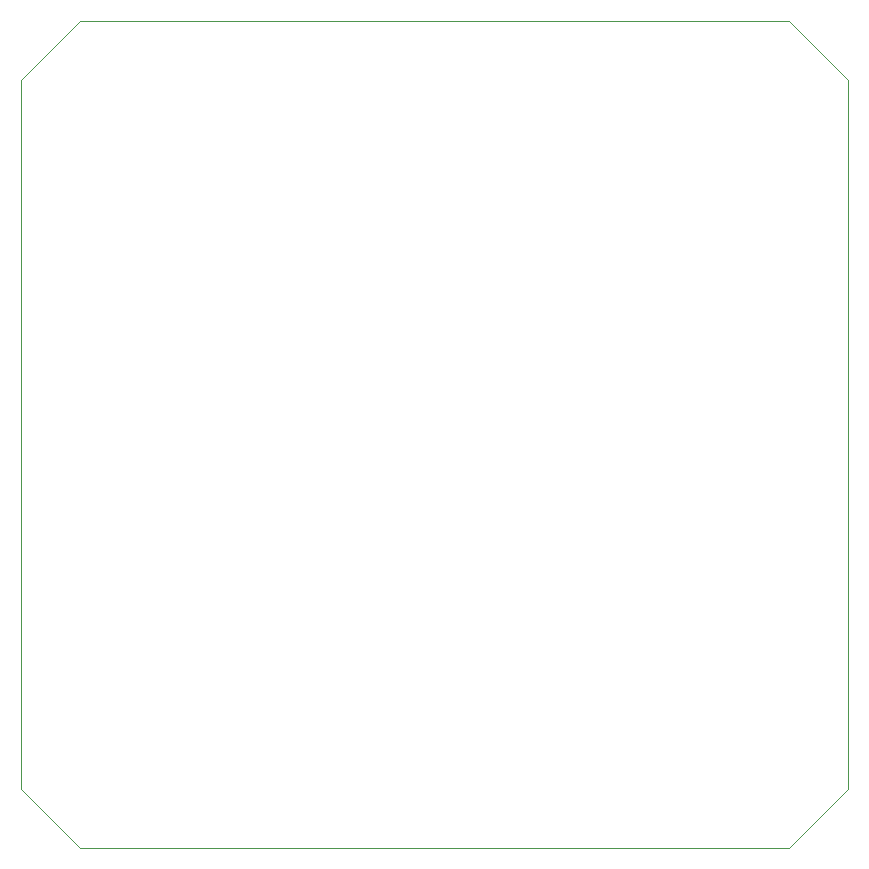
<source format=gko>
G04*
G04 #@! TF.GenerationSoftware,Altium Limited,Altium Designer,23.11.1 (41)*
G04*
G04 Layer_Color=8388736*
%FSLAX25Y25*%
%MOIN*%
G70*
G04*
G04 #@! TF.SameCoordinates,C9437007-6874-4410-A1E4-39502FECBC63*
G04*
G04*
G04 #@! TF.FilePolarity,Positive*
G04*
G01*
G75*
%ADD27C,0.00394*%
D27*
X-39370Y-118110D02*
X-19685Y-137795D01*
X-39370Y-118110D02*
Y118110D01*
X236221Y-118110D02*
Y118110D01*
X-39370D02*
X-19685Y137795D01*
X216535D01*
X236221Y118110D01*
X216535Y-137795D02*
X236221Y-118110D01*
X-19685Y-137795D02*
X216535D01*
M02*

</source>
